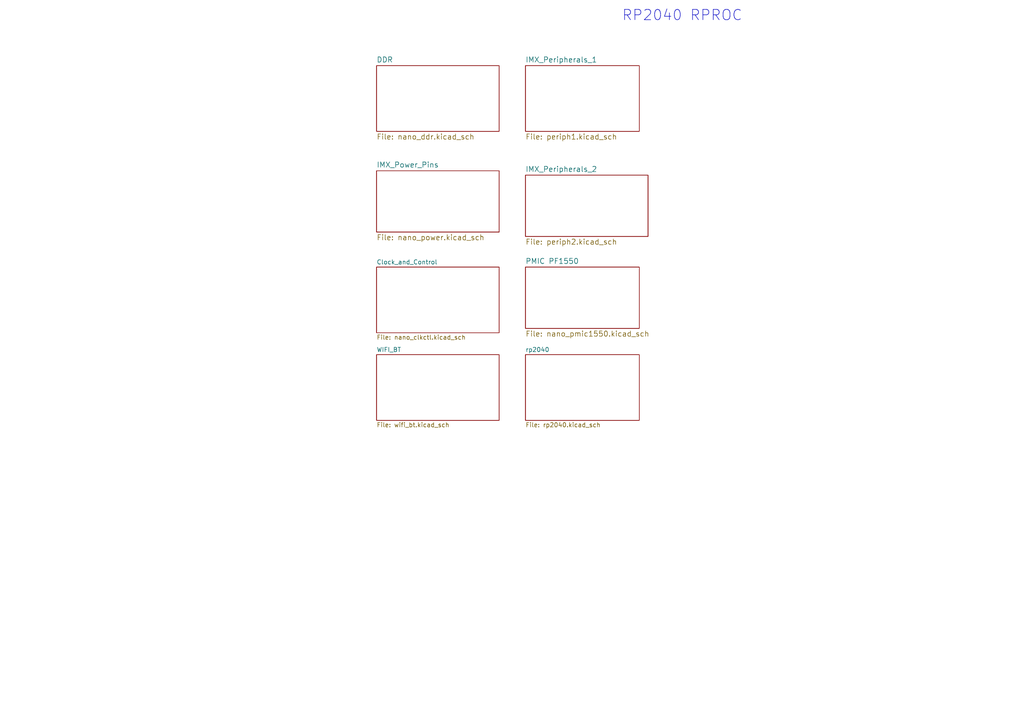
<source format=kicad_sch>
(kicad_sch (version 20211123) (generator eeschema)
  (paper "A4")
  (lib_symbols)
  (text "RP2040 RPROC" (at 180.34 6.35 0) (effects (font (size 3 3)) (justify left bottom)))
  (sheet (at 152.4 19.05) (size 33.02 19.05)
    (property "Sheet name" "IMX_Peripherals_1" (at 152.4 18.2114 0) (effects (font (size 1.524 1.524)) (justify left bottom)))
    (property "Sheet file" "periph1.kicad_sch" (at 152.4 38.7862 0) (effects (font (size 1.524 1.524)) (justify left top)))
  )
  (sheet (at 152.4 50.8) (size 35.56 17.78)
    (property "Sheet name" "IMX_Peripherals_2" (at 152.4 49.9614 0) (effects (font (size 1.524 1.524)) (justify left bottom)))
    (property "Sheet file" "periph2.kicad_sch" (at 152.4 69.2662 0) (effects (font (size 1.524 1.524)) (justify left top)))
  )
  (sheet (at 109.22 19.05) (size 35.56 19.05)
    (property "Sheet name" "DDR" (at 109.22 18.2114 0) (effects (font (size 1.524 1.524)) (justify left bottom)))
    (property "Sheet file" "nano_ddr.kicad_sch" (at 109.22 38.7862 0) (effects (font (size 1.524 1.524)) (justify left top)))
  )
  (sheet (at 109.22 49.53) (size 35.56 17.78)
    (property "Sheet name" "IMX_Power_Pins" (at 109.22 48.6914 0) (effects (font (size 1.524 1.524)) (justify left bottom)))
    (property "Sheet file" "nano_power.kicad_sch" (at 109.22 67.9962 0) (effects (font (size 1.524 1.524)) (justify left top)))
  )
  (sheet (at 152.4 77.47) (size 33.02 17.78)
    (property "Sheet name" "PMIC PF1550" (at 152.4 76.6314 0) (effects (font (size 1.524 1.524)) (justify left bottom)))
    (property "Sheet file" "nano_pmic1550.kicad_sch" (at 152.4 95.9362 0) (effects (font (size 1.524 1.524)) (justify left top)))
  )
  (sheet (at 109.22 77.47) (size 35.56 19.05)
    (property "Sheet name" "Clock_and_Control" (at 109.22 76.7584 0) (effects (justify left bottom)))
    (property "Sheet file" "nano_clkctl.kicad_sch" (at 109.22 97.1046 0) (effects (justify left top)))
  )
  (sheet (at 109.22 102.87) (size 35.56 19.05) (stroke (width 0.1524))
    (property "Sheet name" "WIFI_BT" (at 109.22 102.1584 0) (effects (justify left bottom)))
    (property "Sheet file" "wifi_bt.kicad_sch" (at 109.22 122.5046 0) (effects (justify left top)))
  )
  (sheet (at 152.4 102.87) (size 33.02 19.05) (stroke (width 0.1524))
    (property "Sheet name" "rp2040" (at 152.4 102.1584 0) (effects (justify left bottom)))
    (property "Sheet file" "rp2040.kicad_sch" (at 152.4 122.5046 0) (effects (justify left top)))
  )
)
</source>
